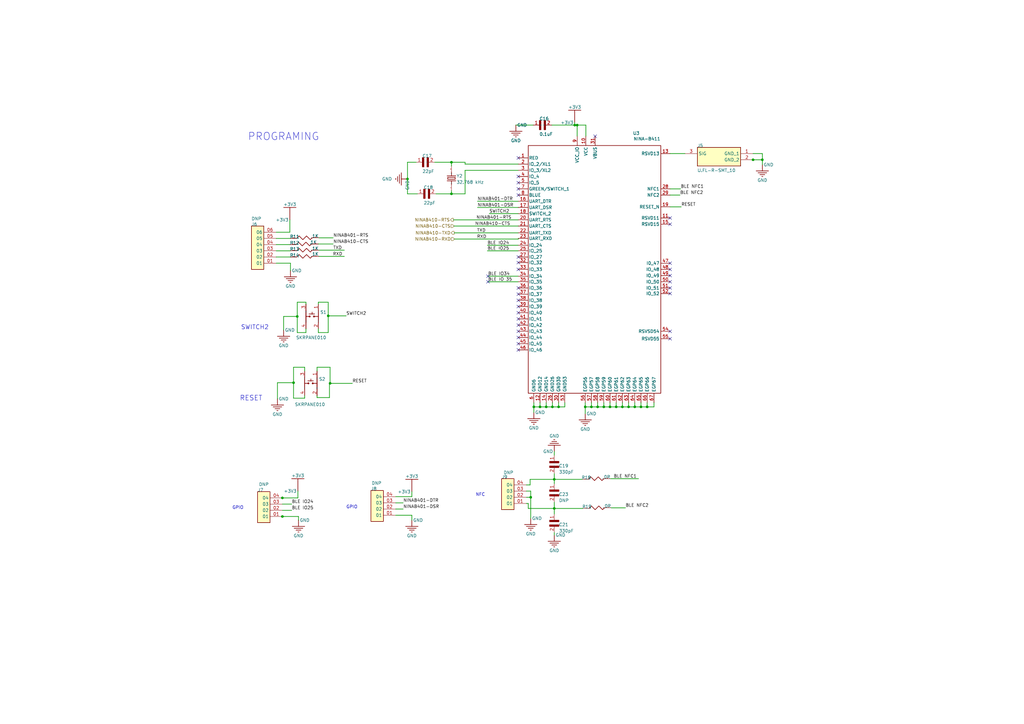
<source format=kicad_sch>
(kicad_sch (version 20230819) (generator eeschema)
  (paper "A3")
  (lib_symbols
    (symbol "NINA-B411--altium-import:+3V3" (power)
      (property "Reference" "#PWR" (at 0 0 0))
      (property "Value" "+3V3" (at 0 6.35 0))
      (symbol "+3V3_0_0"
        (polyline (pts (xy -2.54 -5.08) (xy 2.54 -5.08)) (stroke (width 0.254)))
        (polyline (pts (xy 0 0) (xy 0 -5.08)) (stroke (width 0.254)))
        (pin power_in line (at 0 0 0) (length 0) (name "+3V3") (number ""))
      )
    )
    (symbol "NINA-B411--altium-import:GND" (power)
      (property "Reference" "#PWR" (at 0 0 0))
      (property "Value" "GND" (at 0 6.35 0))
      (symbol "GND_0_0"
        (polyline (pts (xy -2.54 -2.54) (xy 2.54 -2.54)) (stroke (width 0.254)))
        (polyline (pts (xy -1.778 -3.302) (xy 1.778 -3.302)) (stroke (width 0.254)))
        (polyline (pts (xy -1.016 -4.064) (xy 1.016 -4.064)) (stroke (width 0.254)))
        (polyline (pts (xy -0.254 -4.826) (xy 0.254 -4.826)) (stroke (width 0.254)))
        (polyline (pts (xy 0 0) (xy 0 -2.54)) (stroke (width 0.254)))
        (pin power_in line (at 0 0 0) (length 0) (name "GND") (number ""))
      )
    )
    (symbol "NINA-B411--altium-import:root_0_1K"
      (symbol "root_0_1K_1_0"
        (polyline (pts (xy 4.318 4.826) (xy 5.334 5.842) (xy 6.858 4.318) (xy 8.382 5.842) (xy 9.906 4.318) (xy 10.668 5.08) (xy 10.922 5.08)) (stroke (width 0.254)))
        (pin passive line (at 1.778 4.826 0) (length 2.54) (name "1") (number "1"))
        (pin passive line (at 13.462 5.08 180) (length 2.54) (name "2") (number "2"))
      )
    )
    (symbol "NINA-B411--altium-import:root_0_NINA-B411"
      (symbol "root_0_NINA-B411_1_0"
        (rectangle (start 105.41 127) (end 51.054 25.4) (stroke (width 0.254)))
        (pin passive line (at 46.99 121.92 0) (length 3.81) (name "RED") (number "1"))
        (pin passive line (at 74.676 130.81 270) (length 3.81) (name "VCC") (number "10"))
        (pin passive line (at 109.22 97.282 180) (length 3.81) (name "RSVD11") (number "11"))
        (pin passive line (at 55.88 21.59 90) (length 3.81) (name "GND12") (number "12"))
        (pin passive line (at 109.22 123.698 180) (length 3.81) (name "RSVD13") (number "13"))
        (pin passive line (at 58.42 21.59 90) (length 3.81) (name "GND14") (number "14"))
        (pin passive line (at 109.22 94.742 180) (length 3.81) (name "RSVD15") (number "15"))
        (pin passive line (at 46.99 104.14 0) (length 3.81) (name "UART_DTR") (number "16"))
        (pin passive line (at 46.99 101.6 0) (length 3.81) (name "UART_DSR") (number "17"))
        (pin passive line (at 46.99 99.06 0) (length 3.81) (name "SWITCH_2") (number "18"))
        (pin passive line (at 109.22 101.854 180) (length 3.81) (name "RESET_N") (number "19"))
        (pin passive line (at 46.99 119.38 0) (length 3.81) (name "IO_2/XL1") (number "2"))
        (pin passive line (at 46.99 96.52 0) (length 3.81) (name "UART_RTS") (number "20"))
        (pin passive line (at 46.99 93.98 0) (length 3.81) (name "UART_CTS") (number "21"))
        (pin passive line (at 46.99 91.186 0) (length 3.81) (name "UART_TXD") (number "22"))
        (pin passive line (at 46.99 88.9 0) (length 3.81) (name "UART_RXD") (number "23"))
        (pin passive line (at 46.99 86.106 0) (length 3.81) (name "IO_24") (number "24"))
        (pin passive line (at 46.99 83.82 0) (length 3.81) (name "IO_25") (number "25"))
        (pin passive line (at 60.96 21.59 90) (length 3.81) (name "GND26") (number "26"))
        (pin passive line (at 46.99 81.28 0) (length 3.81) (name "IO_27") (number "27"))
        (pin passive line (at 109.22 109.22 180) (length 3.81) (name "NFC1") (number "28"))
        (pin passive line (at 109.22 106.68 180) (length 3.81) (name "NFC2") (number "29"))
        (pin passive line (at 46.99 116.84 0) (length 3.81) (name "IO_3/XL2") (number "3"))
        (pin passive line (at 63.5 21.59 90) (length 3.81) (name "GND30") (number "30"))
        (pin passive line (at 78.486 130.81 270) (length 3.81) (name "VBUS") (number "31"))
        (pin passive line (at 46.99 78.994 0) (length 3.81) (name "IO_32") (number "32"))
        (pin passive line (at 46.99 76.2 0) (length 3.81) (name "IO_33") (number "33"))
        (pin passive line (at 46.99 73.406 0) (length 3.81) (name "IO_34") (number "34"))
        (pin passive line (at 46.99 71.12 0) (length 3.81) (name "IO_35") (number "35"))
        (pin passive line (at 46.99 68.58 0) (length 3.81) (name "IO_36") (number "36"))
        (pin passive line (at 46.99 66.04 0) (length 3.81) (name "IO_37") (number "37"))
        (pin passive line (at 46.99 63.5 0) (length 3.81) (name "IO_38") (number "38"))
        (pin passive line (at 46.99 60.96 0) (length 3.81) (name "IO_39") (number "39"))
        (pin passive line (at 46.99 114.3 0) (length 3.81) (name "IO_4") (number "4"))
        (pin passive line (at 46.99 58.42 0) (length 3.81) (name "IO_40") (number "40"))
        (pin passive line (at 46.99 55.88 0) (length 3.81) (name "IO_41") (number "41"))
        (pin passive line (at 46.99 53.34 0) (length 3.81) (name "IO_42") (number "42"))
        (pin passive line (at 46.99 50.8 0) (length 3.81) (name "IO_43") (number "43"))
        (pin passive line (at 46.99 48.26 0) (length 3.81) (name "IO_44") (number "44"))
        (pin passive line (at 46.99 45.72 0) (length 3.81) (name "IO_45") (number "45"))
        (pin passive line (at 46.99 43.18 0) (length 3.81) (name "IO_46") (number "46"))
        (pin passive line (at 109.22 78.74 180) (length 3.81) (name "I0_47") (number "47"))
        (pin passive line (at 109.22 76.2 180) (length 3.81) (name "IO_48") (number "48"))
        (pin passive line (at 109.22 73.66 180) (length 3.81) (name "IO_49") (number "49"))
        (pin passive line (at 46.99 111.76 0) (length 3.81) (name "IO_5") (number "5"))
        (pin passive line (at 109.22 71.12 180) (length 3.81) (name "IO_50") (number "50"))
        (pin passive line (at 109.22 68.58 180) (length 3.81) (name "IO_51") (number "51"))
        (pin passive line (at 109.22 66.294 180) (length 3.81) (name "IO_52") (number "52"))
        (pin passive line (at 66.04 21.59 90) (length 3.81) (name "GND53") (number "53"))
        (pin passive line (at 109.22 50.8 180) (length 3.81) (name "RSVSD54") (number "54"))
        (pin passive line (at 109.22 47.752 180) (length 3.81) (name "RSVD55") (number "55"))
        (pin passive line (at 74.422 21.59 90) (length 3.81) (name "EGP56") (number "56"))
        (pin passive line (at 76.962 21.59 90) (length 3.81) (name "EGP57") (number "57"))
        (pin passive line (at 79.502 21.59 90) (length 3.81) (name "EGP58") (number "58"))
        (pin passive line (at 82.042 21.59 90) (length 3.81) (name "EGP59") (number "59"))
        (pin passive line (at 53.34 21.59 90) (length 3.81) (name "GND6") (number "6"))
        (pin passive line (at 84.582 21.59 90) (length 3.81) (name "EGP60") (number "60"))
        (pin passive line (at 87.122 21.59 90) (length 3.81) (name "EGP61") (number "61"))
        (pin passive line (at 89.662 21.59 90) (length 3.81) (name "EGP62") (number "62"))
        (pin passive line (at 92.202 21.59 90) (length 3.81) (name "EGP63") (number "63"))
        (pin passive line (at 94.742 21.59 90) (length 3.81) (name "EGP64") (number "64"))
        (pin passive line (at 97.282 21.59 90) (length 3.81) (name "EGP65") (number "65"))
        (pin passive line (at 99.822 21.59 90) (length 3.81) (name "EGP66") (number "66"))
        (pin passive line (at 102.616 21.59 90) (length 3.81) (name "EGP67") (number "67"))
        (pin passive line (at 46.99 109.22 0) (length 3.81) (name "GREEN/SWITCH_1") (number "7"))
        (pin passive line (at 46.99 106.68 0) (length 3.81) (name "BLUE") (number "8"))
        (pin passive line (at 71.12 130.81 270) (length 3.81) (name "VCC_IO") (number "9"))
      )
    )
    (symbol "NINA-B411--altium-import:root_0_U.FL-R-SMT_10__1"
      (symbol "root_0_U.FL-R-SMT_10__1_1_0"
        (rectangle (start 22.86 2.54) (end 5.08 -5.08) (stroke (width 0.254) (color 128 0 0 1)) (fill (type background)))
        (pin passive line (at 27.94 0 180) (length 5.08) (name "GND_1") (number "1"))
        (pin passive line (at 27.94 -2.54 180) (length 5.08) (name "GND_2") (number "2"))
        (pin passive line (at 0 0 0) (length 5.08) (name "SIG") (number "3"))
      )
    )
    (symbol "NINA-B411--altium-import:root_1_C0402C220K4RACTU"
      (symbol "root_1_C0402C220K4RACTU_1_0"
        (rectangle (start 1.905 0.635) (end -1.905 0) (stroke (width 0.254)) (fill (type outline)))
        (rectangle (start 1.905 2.54) (end -1.905 1.905) (stroke (width 0.254)) (fill (type outline)))
        (pin passive line (at 0 5.08 270) (length 2.54) (name "1") (number "1"))
        (pin passive line (at 0 -2.54 90) (length 2.54) (name "2") (number "2"))
      )
    )
    (symbol "NINA-B411--altium-import:root_1_ECS-3X8X"
      (symbol "root_1_ECS-3X8X_1_0"
        (polyline (pts (xy -1.778 -1.016) (xy 1.778 -1.016)) (stroke (width 0.254)))
        (polyline (pts (xy -1.778 1.016) (xy 1.778 1.016)) (stroke (width 0.254)))
        (polyline (pts (xy -1.524 -0.381) (xy 1.524 -0.381)) (stroke (width 0.254)))
        (polyline (pts (xy -1.524 0.381) (xy -1.524 -0.381)) (stroke (width 0.254)))
        (polyline (pts (xy 0 -2.54) (xy 0 -1.016)) (stroke (width 0.254)))
        (polyline (pts (xy 0 1.016) (xy 0 2.54)) (stroke (width 0.254)))
        (polyline (pts (xy 1.524 -0.381) (xy 1.524 0.381)) (stroke (width 0.254)))
        (polyline (pts (xy 1.524 0.381) (xy -1.524 0.381)) (stroke (width 0.254)))
        (pin passive line (at 0 -5.08 90) (length 2.54) (name "1") (number "1"))
        (pin passive line (at 0 5.08 270) (length 2.54) (name "2") (number "2"))
      )
    )
    (symbol "NINA-B411--altium-import:root_2_C0402C220K4RACTU"
      (symbol "root_2_C0402C220K4RACTU_1_0"
        (rectangle (start -1.905 1.905) (end -2.54 -1.905) (stroke (width 0.254)) (fill (type outline)))
        (rectangle (start 0 1.905) (end -0.635 -1.905) (stroke (width 0.254)) (fill (type outline)))
        (pin passive line (at -5.08 0 0) (length 2.54) (name "1") (number "1"))
        (pin passive line (at 2.54 0 180) (length 2.54) (name "2") (number "2"))
      )
    )
    (symbol "NINA-B411--altium-import:root_2_HTSW-106-14-S-S-LL"
      (symbol "root_2_HTSW-106-14-S-S-LL_1_0"
        (rectangle (start 7.62 7.62) (end 2.54 -10.16) (stroke (width 0.254) (color 128 0 0 1)) (fill (type background)))
        (pin passive line (at 12.7 -7.62 180) (length 5.08) (name "01") (number "01"))
        (pin passive line (at 12.7 -5.08 180) (length 5.08) (name "02") (number "02"))
        (pin passive line (at 12.7 -2.54 180) (length 5.08) (name "03") (number "03"))
        (pin passive line (at 12.7 0 180) (length 5.08) (name "04") (number "04"))
        (pin passive line (at 12.7 2.54 180) (length 5.08) (name "05") (number "05"))
        (pin passive line (at 12.7 5.08 180) (length 5.08) (name "06") (number "06"))
      )
    )
    (symbol "NINA-B411--altium-import:root_2_TSM-104-03-F-SV"
      (symbol "root_2_TSM-104-03-F-SV_1_0"
        (rectangle (start 5.08 7.62) (end 0 -5.08) (stroke (width 0.254) (color 128 0 0 1)) (fill (type background)))
        (pin passive line (at 10.16 -2.54 180) (length 5.08) (name "01") (number "01"))
        (pin passive line (at 10.16 0 180) (length 5.08) (name "02") (number "02"))
        (pin passive line (at 10.16 2.54 180) (length 5.08) (name "03") (number "03"))
        (pin passive line (at 10.16 5.08 180) (length 5.08) (name "04") (number "04"))
      )
    )
    (symbol "NINA-B411--altium-import:root_3_SKRPACE010"
      (symbol "root_3_SKRPACE010_1_0"
        (circle (center -1.016 0) (radius 0.254) (stroke (width 0.254)))
        (polyline (pts (xy -2.54 -5.08) (xy -2.54 5.08)) (stroke (width 0.254)))
        (polyline (pts (xy -2.54 0) (xy -2.54 -2.54)) (stroke (width 0.254)))
        (polyline (pts (xy -2.54 2.54) (xy -2.54 0)) (stroke (width 0.254)))
        (polyline (pts (xy -1.016 0) (xy -2.54 0)) (stroke (width 0.254)))
        (polyline (pts (xy 0 1.016) (xy -1.27 1.016)) (stroke (width 0.254)))
        (polyline (pts (xy 0 1.016) (xy 0 1.778)) (stroke (width 0.254)))
        (polyline (pts (xy 0.762 0) (xy 2.54 0)) (stroke (width 0.254)))
        (polyline (pts (xy 1.016 1.016) (xy 0 1.016)) (stroke (width 0.254)))
        (polyline (pts (xy 2.54 0) (xy 2.54 -2.54)) (stroke (width 0.254)))
        (polyline (pts (xy 2.54 2.54) (xy 2.54 0)) (stroke (width 0.254)))
        (polyline (pts (xy 2.54 5.08) (xy 2.54 -5.08)) (stroke (width 0.254)))
        (circle (center 0.762 0) (radius 0.254) (stroke (width 0.254)))
        (pin bidirectional line (at 2.54 5.08 270) (length 2.54) (name "1") (number "1"))
        (pin bidirectional line (at 2.54 -5.08 90) (length 2.54) (name "2") (number "2"))
        (pin bidirectional line (at -2.54 5.08 270) (length 2.54) (name "3") (number "3"))
        (pin bidirectional line (at -2.54 -5.08 90) (length 2.54) (name "4") (number "4"))
      )
    )
  )
  (junction (at 167.132 73.406))
  (junction (at 252.73 166.878))
  (junction (at 135.382 157.226))
  (junction (at 245.11 166.878))
  (junction (at 185.166 66.548))
  (junction (at 221.488 166.878))
  (junction (at 115.824 211.836))
  (junction (at 185.166 79.502))
  (junction (at 242.57 166.878))
  (junction (at 265.43 166.878))
  (junction (at 121.92 129.794))
  (junction (at 262.89 166.878))
  (junction (at 240.03 166.878))
  (junction (at 115.824 204.216))
  (junction (at 250.19 166.878))
  (junction (at 218.948 166.878))
  (junction (at 134.62 129.54))
  (junction (at 312.674 65.532))
  (junction (at 308.864 65.532))
  (junction (at 235.712 51.308))
  (junction (at 226.568 166.878))
  (junction (at 260.35 166.878))
  (junction (at 257.81 166.878))
  (junction (at 224.028 166.878))
  (junction (at 236.728 51.308))
  (junction (at 255.27 166.878))
  (junction (at 247.65 166.878))
  (junction (at 227.33 208.534))
  (junction (at 217.678 203.962))
  (junction (at 229.108 166.878))
  (junction (at 227.33 196.596))
  (junction (at 120.396 156.972))
  (no_connect (at 212.598 118.11))
  (no_connect (at 274.828 115.57))
  (no_connect (at 274.828 135.89))
  (no_connect (at 212.598 74.93))
  (no_connect (at 274.828 120.396))
  (no_connect (at 200.152 115.57))
  (no_connect (at 212.598 80.01))
  (no_connect (at 212.598 107.696))
  (no_connect (at 274.828 89.408))
  (no_connect (at 274.828 118.11))
  (no_connect (at 274.828 138.938))
  (no_connect (at 274.828 91.948))
  (no_connect (at 212.598 133.35))
  (no_connect (at 212.598 125.73))
  (no_connect (at 212.598 72.39))
  (no_connect (at 274.828 113.03))
  (no_connect (at 212.598 130.81))
  (no_connect (at 212.598 135.89))
  (no_connect (at 212.598 64.77))
  (no_connect (at 212.598 128.27))
  (no_connect (at 212.598 120.65))
  (no_connect (at 244.094 55.88))
  (no_connect (at 212.598 77.47))
  (no_connect (at 212.598 110.49))
  (no_connect (at 212.598 138.43))
  (no_connect (at 274.828 107.95))
  (no_connect (at 200.152 113.284))
  (no_connect (at 212.598 123.19))
  (no_connect (at 212.598 140.97))
  (no_connect (at 274.828 110.49))
  (no_connect (at 212.598 105.41))
  (no_connect (at 212.598 143.51))
  (wire (pts (xy 130.556 123.952) (xy 130.556 124.714)) (stroke (width 0.254)))
  (wire (pts (xy 260.35 165.1) (xy 260.35 166.878)) (stroke (width 0.254)))
  (wire (pts (xy 221.488 165.1) (xy 221.488 166.878)) (stroke (width 0.254)))
  (wire (pts (xy 280.924 62.992) (xy 274.828 62.992)) (stroke (width 0.254)))
  (wire (pts (xy 135.382 157.226) (xy 135.128 157.226)) (stroke (width 0.254)))
  (wire (pts (xy 116.332 129.794) (xy 121.92 129.794)) (stroke (width 0.254)))
  (wire (pts (xy 125.476 123.952) (xy 125.476 124.714)) (stroke (width 0.254)))
  (wire (pts (xy 308.356 65.532) (xy 308.864 65.532)) (stroke (width 0.254)))
  (wire (pts (xy 190.754 69.85) (xy 212.598 69.85)) (stroke (width 0.254)))
  (wire (pts (xy 115.824 211.836) (xy 115.57 211.836)) (stroke (width 0.254)))
  (wire (pts (xy 134.62 129.54) (xy 134.62 123.952)) (stroke (width 0.254)))
  (wire (pts (xy 255.27 165.1) (xy 255.27 166.878)) (stroke (width 0.254)))
  (wire (pts (xy 278.892 80.01) (xy 274.828 80.01)) (stroke (width 0.254)))
  (wire (pts (xy 236.728 51.308) (xy 240.284 51.308)) (stroke (width 0.254)))
  (wire (pts (xy 113.284 107.95) (xy 119.126 107.95)) (stroke (width 0.254)))
  (wire (pts (xy 141.224 105.156) (xy 130.81 105.156)) (stroke (width 0.254)))
  (wire (pts (xy 119.126 102.87) (xy 113.284 102.87)) (stroke (width 0.254)))
  (wire (pts (xy 118.872 95.25) (xy 113.284 95.25)) (stroke (width 0.254)))
  (wire (pts (xy 265.43 165.1) (xy 265.43 166.878)) (stroke (width 0.254)))
  (wire (pts (xy 134.62 129.54) (xy 134.62 136.398)) (stroke (width 0.254)))
  (wire (pts (xy 229.108 165.1) (xy 229.108 166.878)) (stroke (width 0.254)))
  (wire (pts (xy 118.872 100.33) (xy 113.284 100.33)) (stroke (width 0.254)))
  (wire (pts (xy 262.89 165.1) (xy 262.89 166.878)) (stroke (width 0.254)))
  (wire (pts (xy 200.152 115.57) (xy 212.598 115.57)) (stroke (width 0.254)))
  (wire (pts (xy 162.306 203.708) (xy 168.91 203.708)) (stroke (width 0.254)))
  (wire (pts (xy 216.662 206.502) (xy 216.662 208.534)) (stroke (width 0.254)))
  (wire (pts (xy 226.314 51.308) (xy 235.712 51.308)) (stroke (width 0.254)))
  (wire (pts (xy 227.33 218.44) (xy 227.33 219.456)) (stroke (width 0.254)))
  (wire (pts (xy 113.792 163.576) (xy 113.792 156.972)) (stroke (width 0.254)))
  (wire (pts (xy 120.396 163.322) (xy 120.396 156.972)) (stroke (width 0.254)))
  (wire (pts (xy 130.048 150.622) (xy 130.048 152.146)) (stroke (width 0.254)))
  (wire (pts (xy 218.948 166.878) (xy 218.948 165.1)) (stroke (width 0.254)))
  (wire (pts (xy 195.834 82.55) (xy 212.598 82.55)) (stroke (width 0.254)))
  (wire (pts (xy 118.872 90.17) (xy 118.872 95.25)) (stroke (width 0.254)))
  (wire (pts (xy 122.174 204.216) (xy 122.174 201.422)) (stroke (width 0.254)))
  (wire (pts (xy 227.33 185.166) (xy 227.33 186.69)) (stroke (width 0.254)))
  (wire (pts (xy 238.76 196.596) (xy 227.33 196.596)) (stroke (width 0.254)))
  (wire (pts (xy 185.166 66.548) (xy 190.754 66.548)) (stroke (width 0.254)))
  (wire (pts (xy 312.674 65.532) (xy 312.674 62.992)) (stroke (width 0.254)))
  (wire (pts (xy 260.35 166.878) (xy 262.89 166.878)) (stroke (width 0.254)))
  (wire (pts (xy 265.43 166.878) (xy 268.224 166.878)) (stroke (width 0.254)))
  (wire (pts (xy 190.754 79.502) (xy 190.754 69.85)) (stroke (width 0.254)))
  (wire (pts (xy 115.824 204.216) (xy 122.174 204.216)) (stroke (width 0.254)))
  (wire (pts (xy 255.27 166.878) (xy 257.81 166.878)) (stroke (width 0.254)))
  (wire (pts (xy 167.132 73.406) (xy 167.132 66.548)) (stroke (width 0.254)))
  (wire (pts (xy 165.354 206.248) (xy 162.306 206.248)) (stroke (width 0.254)))
  (wire (pts (xy 240.03 165.1) (xy 240.03 166.878)) (stroke (width 0.254)))
  (wire (pts (xy 217.678 201.422) (xy 217.678 203.962)) (stroke (width 0.254)))
  (wire (pts (xy 136.652 97.536) (xy 130.81 97.536)) (stroke (width 0.254)))
  (wire (pts (xy 141.986 129.54) (xy 134.62 129.54)) (stroke (width 0.254)))
  (wire (pts (xy 215.9 201.422) (xy 217.678 201.422)) (stroke (width 0.254)))
  (wire (pts (xy 141.224 102.616) (xy 130.81 102.616)) (stroke (width 0.254)))
  (wire (pts (xy 247.65 165.1) (xy 247.65 166.878)) (stroke (width 0.254)))
  (wire (pts (xy 185.166 79.502) (xy 190.754 79.502)) (stroke (width 0.254)))
  (wire (pts (xy 115.57 204.216) (xy 115.824 204.216)) (stroke (width 0.254)))
  (wire (pts (xy 279.146 77.47) (xy 274.828 77.47)) (stroke (width 0.254)))
  (wire (pts (xy 245.11 166.878) (xy 247.65 166.878)) (stroke (width 0.254)))
  (wire (pts (xy 235.712 51.308) (xy 236.728 51.308)) (stroke (width 0.254)))
  (wire (pts (xy 144.526 157.226) (xy 135.382 157.226)) (stroke (width 0.254)))
  (wire (pts (xy 199.898 100.584) (xy 212.598 100.584)) (stroke (width 0.254)))
  (wire (pts (xy 268.224 166.878) (xy 268.224 165.1)) (stroke (width 0.254)))
  (wire (pts (xy 121.92 129.794) (xy 121.92 123.952)) (stroke (width 0.254)))
  (wire (pts (xy 215.9 198.882) (xy 217.424 198.882)) (stroke (width 0.254)))
  (wire (pts (xy 245.11 165.1) (xy 245.11 166.878)) (stroke (width 0.254)))
  (wire (pts (xy 124.968 163.322) (xy 120.396 163.322)) (stroke (width 0.254)))
  (wire (pts (xy 113.792 156.972) (xy 120.396 156.972)) (stroke (width 0.254)))
  (wire (pts (xy 242.57 165.1) (xy 242.57 166.878)) (stroke (width 0.254)))
  (wire (pts (xy 227.33 208.534) (xy 239.014 208.534)) (stroke (width 0.254)))
  (wire (pts (xy 125.476 136.398) (xy 125.476 134.874)) (stroke (width 0.254)))
  (wire (pts (xy 124.968 162.306) (xy 124.968 163.322)) (stroke (width 0.254)))
  (wire (pts (xy 217.678 203.962) (xy 215.9 203.962)) (stroke (width 0.254)))
  (wire (pts (xy 116.332 135.382) (xy 116.332 129.794)) (stroke (width 0.254)))
  (wire (pts (xy 252.73 165.1) (xy 252.73 166.878)) (stroke (width 0.254)))
  (wire (pts (xy 217.424 198.882) (xy 217.424 196.596)) (stroke (width 0.254)))
  (wire (pts (xy 168.91 211.328) (xy 168.91 213.36)) (stroke (width 0.254)))
  (wire (pts (xy 130.556 136.398) (xy 130.556 134.874)) (stroke (width 0.254)))
  (wire (pts (xy 261.874 196.342) (xy 250.444 196.342)) (stroke (width 0.254)))
  (wire (pts (xy 119.126 107.95) (xy 119.126 110.998)) (stroke (width 0.254)))
  (wire (pts (xy 229.108 166.878) (xy 226.568 166.878)) (stroke (width 0.254)))
  (wire (pts (xy 247.65 166.878) (xy 250.19 166.878)) (stroke (width 0.254)))
  (wire (pts (xy 227.33 208.534) (xy 227.33 210.82)) (stroke (width 0.254)))
  (wire (pts (xy 178.816 79.502) (xy 185.166 79.502)) (stroke (width 0.254)))
  (wire (pts (xy 279.4 84.836) (xy 274.828 84.836)) (stroke (width 0.254)))
  (wire (pts (xy 212.598 92.71) (xy 186.238 92.71)) (stroke (width 0.254)))
  (wire (pts (xy 185.166 79.502) (xy 185.166 78.232)) (stroke (width 0.254)))
  (wire (pts (xy 312.674 65.532) (xy 312.674 67.564)) (stroke (width 0.254)))
  (wire (pts (xy 240.03 166.878) (xy 240.03 169.672)) (stroke (width 0.254)))
  (wire (pts (xy 178.308 66.548) (xy 185.166 66.548)) (stroke (width 0.254)))
  (wire (pts (xy 235.712 50.292) (xy 235.712 51.308)) (stroke (width 0.254)))
  (wire (pts (xy 252.73 166.878) (xy 255.27 166.878)) (stroke (width 0.254)))
  (wire (pts (xy 216.662 208.534) (xy 227.33 208.534)) (stroke (width 0.254)))
  (wire (pts (xy 212.598 98.044) (xy 186.402 98.044)) (stroke (width 0.254)))
  (wire (pts (xy 122.428 211.836) (xy 115.824 211.836)) (stroke (width 0.254)))
  (wire (pts (xy 217.678 203.962) (xy 217.678 212.598)) (stroke (width 0.254)))
  (wire (pts (xy 190.754 67.31) (xy 212.598 67.31)) (stroke (width 0.254)))
  (wire (pts (xy 124.968 150.622) (xy 124.968 152.146)) (stroke (width 0.254)))
  (wire (pts (xy 136.652 100.076) (xy 130.556 100.076)) (stroke (width 0.254)))
  (wire (pts (xy 120.396 150.622) (xy 124.968 150.622)) (stroke (width 0.254)))
  (wire (pts (xy 119.634 209.296) (xy 115.824 209.296)) (stroke (width 0.254)))
  (wire (pts (xy 257.81 165.1) (xy 257.81 166.878)) (stroke (width 0.254)))
  (wire (pts (xy 135.128 163.068) (xy 130.048 163.068)) (stroke (width 0.254)))
  (wire (pts (xy 162.306 211.328) (xy 168.91 211.328)) (stroke (width 0.254)))
  (wire (pts (xy 221.488 166.878) (xy 218.948 166.878)) (stroke (width 0.254)))
  (wire (pts (xy 242.57 166.878) (xy 245.11 166.878)) (stroke (width 0.254)))
  (wire (pts (xy 240.284 51.308) (xy 240.284 55.88)) (stroke (width 0.254)))
  (wire (pts (xy 200.66 87.63) (xy 212.598 87.63)) (stroke (width 0.254)))
  (wire (pts (xy 250.19 166.878) (xy 252.73 166.878)) (stroke (width 0.254)))
  (wire (pts (xy 256.54 208.28) (xy 250.698 208.28)) (stroke (width 0.254)))
  (wire (pts (xy 224.028 165.1) (xy 224.028 166.878)) (stroke (width 0.254)))
  (wire (pts (xy 308.864 65.532) (xy 312.674 65.532)) (stroke (width 0.254)))
  (wire (pts (xy 236.728 55.88) (xy 236.728 51.308)) (stroke (width 0.254)))
  (wire (pts (xy 312.674 62.992) (xy 308.864 62.992)) (stroke (width 0.254)))
  (wire (pts (xy 227.33 198.374) (xy 227.33 196.596)) (stroke (width 0.254)))
  (wire (pts (xy 119.634 206.756) (xy 115.824 206.756)) (stroke (width 0.254)))
  (wire (pts (xy 190.754 66.548) (xy 190.754 67.31)) (stroke (width 0.254)))
  (wire (pts (xy 167.132 79.502) (xy 171.196 79.502)) (stroke (width 0.254)))
  (wire (pts (xy 135.382 157.226) (xy 135.382 150.622)) (stroke (width 0.254)))
  (wire (pts (xy 240.03 166.878) (xy 242.57 166.878)) (stroke (width 0.254)))
  (wire (pts (xy 224.028 166.878) (xy 221.488 166.878)) (stroke (width 0.254)))
  (wire (pts (xy 165.354 208.788) (xy 162.306 208.788)) (stroke (width 0.254)))
  (wire (pts (xy 218.948 166.878) (xy 218.948 169.164)) (stroke (width 0.254)))
  (wire (pts (xy 130.048 163.068) (xy 130.048 162.306)) (stroke (width 0.254)))
  (wire (pts (xy 226.568 166.878) (xy 224.028 166.878)) (stroke (width 0.254)))
  (wire (pts (xy 212.598 95.504) (xy 186.273 95.504)) (stroke (width 0.254)))
  (wire (pts (xy 212.598 97.79) (xy 212.598 98.044)) (stroke (width 0.254)))
  (wire (pts (xy 200.152 113.284) (xy 212.598 113.284)) (stroke (width 0.254)))
  (wire (pts (xy 215.9 206.502) (xy 216.662 206.502)) (stroke (width 0.254)))
  (wire (pts (xy 134.62 136.398) (xy 130.556 136.398)) (stroke (width 0.254)))
  (wire (pts (xy 218.694 51.308) (xy 211.582 51.308)) (stroke (width 0.254)))
  (wire (pts (xy 167.132 73.406) (xy 167.132 79.502)) (stroke (width 0.254)))
  (wire (pts (xy 121.92 123.952) (xy 125.476 123.952)) (stroke (width 0.254)))
  (wire (pts (xy 134.62 123.952) (xy 130.556 123.952)) (stroke (width 0.254)))
  (wire (pts (xy 135.128 157.226) (xy 135.128 163.068)) (stroke (width 0.254)))
  (wire (pts (xy 231.648 165.1) (xy 231.648 166.878)) (stroke (width 0.254)))
  (wire (pts (xy 227.33 208.534) (xy 227.33 205.994)) (stroke (width 0.254)))
  (wire (pts (xy 113.284 97.79) (xy 119.126 97.79)) (stroke (width 0.254)))
  (wire (pts (xy 227.33 196.596) (xy 227.33 194.31)) (stroke (width 0.254)))
  (wire (pts (xy 231.648 166.878) (xy 229.108 166.878)) (stroke (width 0.254)))
  (wire (pts (xy 113.284 105.41) (xy 119.126 105.41)) (stroke (width 0.254)))
  (wire (pts (xy 135.382 150.622) (xy 130.048 150.622)) (stroke (width 0.254)))
  (wire (pts (xy 121.92 136.398) (xy 125.476 136.398)) (stroke (width 0.254)))
  (wire (pts (xy 217.424 196.596) (xy 227.33 196.596)) (stroke (width 0.254)))
  (wire (pts (xy 212.598 90.17) (xy 185.984 90.17)) (stroke (width 0.254)))
  (wire (pts (xy 199.898 102.87) (xy 212.598 102.87)) (stroke (width 0.254)))
  (wire (pts (xy 121.92 129.794) (xy 121.92 136.398)) (stroke (width 0.254)))
  (wire (pts (xy 167.132 66.548) (xy 170.688 66.548)) (stroke (width 0.254)))
  (wire (pts (xy 257.81 166.878) (xy 260.35 166.878)) (stroke (width 0.254)))
  (wire (pts (xy 195.834 85.09) (xy 212.598 85.09)) (stroke (width 0.254)))
  (wire (pts (xy 250.19 165.1) (xy 250.19 166.878)) (stroke (width 0.254)))
  (wire (pts (xy 185.166 66.548) (xy 185.166 68.072)) (stroke (width 0.254)))
  (wire (pts (xy 122.428 213.36) (xy 122.428 211.836)) (stroke (width 0.254)))
  (wire (pts (xy 120.396 156.972) (xy 120.396 150.622)) (stroke (width 0.254)))
  (wire (pts (xy 262.89 166.878) (xy 265.43 166.878)) (stroke (width 0.254)))
  (wire (pts (xy 226.568 165.1) (xy 226.568 166.878)) (stroke (width 0.254)))
  (wire (pts (xy 168.91 203.708) (xy 168.91 201.676)) (stroke (width 0.254)))
  (text "NFC" (at 195.072 203.708 0) (effects (font (size 1.27 1.27)) (justify left bottom)))
  (text "GPIO" (at 141.986 208.788 0) (effects (font (size 1.27 1.27)) (justify left bottom)))
  (text "SWITCH2" (at 98.806 135.382 0) (effects (font (size 1.778 1.778)) (justify left bottom)))
  (text "PROGRAMING" (at 101.6 57.912 0) (effects (font (size 3.048 3.048)) (justify left bottom)))
  (text "RESET" (at 98.298 164.592 0) (effects (font (size 2.032 2.032)) (justify left bottom)))
  (text "GPIO" (at 95.25 209.042 0) (effects (font (size 1.27 1.27)) (justify left bottom)))
  (label "NINAB401-DTR" (at 165.354 206.248 0))
  (label "RESET" (at 144.526 157.226 0))
  (label "NINAB401-RTS" (at 136.652 97.536 0))
  (label "NINAB410-CTS" (at 194.818 92.71 0))
  (label "BLE IO24" (at 119.634 206.756 0))
  (label "TXD" (at 136.598 102.616 0))
  (label "BLE NFC2" (at 278.892 80.01 0))
  (label "BLE IO 35" (at 200.152 115.57 0))
  (label "NINAB401-DTR" (at 195.834 82.55 0))
  (label "BLE IO24" (at 199.898 100.584 0))
  (label "BLE IO25" (at 119.634 209.296 0))
  (label "NINAB410-CTS" (at 136.652 100.076 0))
  (label "BLE IO34" (at 200.152 113.284 0))
  (label "NINAB401-DSR" (at 165.354 208.788 0))
  (label "BLE NFC1" (at 251.64 196.342 0))
  (label "NINAB401-DSR" (at 195.834 85.09 0))
  (label "BLE IO25" (at 199.898 102.87 0))
  (label "RXD" (at 136.469 105.156 0))
  (label "BLE NFC1" (at 279.146 77.47 0))
  (label "TXD" (at 195.58 95.504 0))
  (label "RXD" (at 195.58 98.044 0))
  (label "SWITCH2" (at 141.986 129.54 0))
  (label "NINAB401-RTS" (at 195.326 90.17 0))
  (label "BLE NFC2" (at 256.54 208.28 0))
  (label "RESET" (at 279.4 84.836 0))
  (label "SWITCH2" (at 200.66 87.63 0))
  (hierarchical_label "NINAB410-TXD" (shape output) (at 186.273 95.504 180))
  (hierarchical_label "NINAB410-RTS" (shape output) (at 185.984 90.17 180))
  (hierarchical_label "NINAB410-RXD" (shape input) (at 186.402 98.044 180))
  (hierarchical_label "NINAB410-CTS" (shape input) (at 186.238 92.71 180))
  (symbol (lib_id "NINA-B411--altium-import:root_1_C0402C220K4RACTU") (at 227.33 203.454 0) (unit 1)
    (property "Reference" "C23" (at 229.235 203.454 0) (effects (justify left bottom)))
    (property "Value" "DNP" (at 229.235 205.994 0) (effects (justify left bottom)))
    (property "Footprint" "C_0402" (effects hide))
    (property "MP" "C0402C220K4RACTU" (effects hide))
    (property "SNAPEDA_LINK" "https://www.snapeda.com/parts/C0402C220K4RACTU/KEMET/view-part/2040769/?ref=snap" (effects hide))
    (property "PRICE" "None" (effects hide))
    (property "MF" "KEMET" (effects hide))
    (property "PACKAGE" "0402 KEMET" (effects hide))
    (property "AVAILABILITY" "Unavailable" (effects hide))
    (property "ALTIUM_VALUE" "*" (effects hide))
  )
  (symbol (lib_id "NINA-B411--altium-import:root_0_1K") (at 117.348 107.696 0) (unit 1)
    (property "Reference" "R13" (at 118.872 102.87 0) (effects (justify left bottom)))
    (property "Value" "1K" (at 128.016 102.616 0) (effects (justify left bottom)))
    (property "Footprint" "Res_0402" (effects hide))
  )
  (symbol (lib_id "NINA-B411--altium-import:root_2_TSM-104-03-F-SV") (at 105.664 209.296 0) (unit 1)
    (property "Reference" "J7" (at 105.664 201.676 0) (effects (justify left bottom)))
    (property "Value" "DNP" (at 106.172 199.39 0) (effects (justify left bottom)))
    (property "Footprint" "Header_4Ways_2x54_Male" (effects hide))
    (property "MF" "Samtec" (effects hide))
    (property "PACKAGE" "None" (effects hide))
    (property "PRICE" "None" (effects hide))
    (property "CHECK_PRICES" "https://www.snapeda.com/parts/TSM-104-03-F-SV/Samtec/view-part/?ref=eda" (effects hide))
    (property "ALTIUM_VALUE" "*" (effects hide))
    (property "SNAPEDA_LINK" "https://www.snapeda.com/parts/TSM-104-03-F-SV/Samtec/view-part/?ref=snap" (effects hide))
    (property "MP" "TSM-104-03-F-SV" (effects hide))
    (property "AVAILABILITY" "In Stock" (effects hide))
    (property "PURCHASE-URL" "https://pricing.snapeda.com/search?q=TSM-104-03-F-SV&ref=eda" (effects hide))
  )
  (symbol (lib_id "NINA-B411--altium-import:root_0_1K") (at 236.982 201.422 0) (unit 1)
    (property "Reference" "R18" (at 238.506 196.596 0) (effects (justify left bottom)))
    (property "Value" "0R" (at 247.65 196.342 0) (effects (justify left bottom)))
    (property "Footprint" "Res_0402" (effects hide))
  )
  (symbol (lib_id "NINA-B411--altium-import:root_1_C0402C220K4RACTU") (at 227.33 215.9 0) (unit 1)
    (property "Reference" "C21" (at 229.235 215.9 0) (effects (justify left bottom)))
    (property "Value" "330pF" (at 229.235 218.44 0) (effects (justify left bottom)))
    (property "Footprint" "C_0402" (effects hide))
    (property "MP" "C0402C220K4RACTU" (effects hide))
    (property "SNAPEDA_LINK" "https://www.snapeda.com/parts/C0402C220K4RACTU/KEMET/view-part/2040769/?ref=snap" (effects hide))
    (property "PRICE" "None" (effects hide))
    (property "MF" "KEMET" (effects hide))
    (property "PACKAGE" "0402 KEMET" (effects hide))
    (property "AVAILABILITY" "Unavailable" (effects hide))
    (property "ALTIUM_VALUE" "*" (effects hide))
  )
  (symbol (lib_id "NINA-B411--altium-import:root_0_U.FL-R-SMT_10__1") (at 280.924 62.992 0) (unit 1)
    (property "Reference" "J5" (at 286.004 60.452 0) (effects (justify left bottom)))
    (property "Value" "U.FL-R-SMT_10" (at 286.004 70.612 0) (effects (justify left bottom)))
    (property "Footprint" "UFLRSMT10" (effects hide))
    (property "MANUFACTURER_NAME" "Hirose" (effects hide))
    (property "MANUFACTURER_PART_NUMBER" "U.FL-R-SMT(10)" (effects hide))
    (property "MOUSER PART NUMBER" "798-U.FL-R-SMT10" (effects hide))
    (property "MOUSER PRICE/STOCK" "https://www.mouser.co.uk/ProductDetail/Hirose-Connector/U.FL-R-SMT10?qs=Ux3WWAnHpjBT1CWD8UMEMQ%3D%3D" (effects hide))
    (property "ARROW PART NUMBER" "U.FL-R-SMT(10)" (effects hide))
    (property "ARROW PRICE/STOCK" "https://www.arrow.com/en/products/u.fl-r-smt-10/hirose-electric?region=nac" (effects hide))
    (property "DATASHEET LINK" "https://media.digikey.com/pdf/Data%20Sheets/Hirose%20PDFs/UFL%20Series.pdf" (effects hide))
    (property "GEOMETRY.HEIGHT" "1.25mm" (effects hide))
  )
  (symbol (lib_id "NINA-B411--altium-import:root_0_1K") (at 237.236 213.36 0) (unit 1)
    (property "Reference" "R19" (at 238.76 208.534 0) (effects (justify left bottom)))
    (property "Value" "0R" (at 247.904 208.28 0) (effects (justify left bottom)))
    (property "Footprint" "Res_0402" (effects hide))
  )
  (symbol (lib_id "NINA-B411--altium-import:root_1_ECS-3X8X") (at 185.166 73.152 0) (unit 1)
    (property "Reference" "Y2" (at 187.198 72.898 0) (effects (justify left bottom)))
    (property "Value" "32.768 kHz" (at 187.198 75.438 0) (effects (justify left bottom)))
    (property "Footprint" "C__Users_İhsan_Desktop_Donanımlar_Bluetooth_Beacon_Bluetooth_Beacon_Bluetooth-Beacon-AltiumDesigner_PcbLib1.PcbLib:XTAL_ECS-3X8X" (effects hide))
    (property "ALTIUM_VALUE" "*" (effects hide))
    (property "PACKAGE" "Cylindrical Can Radial  ECS International" (effects hide))
    (property "MF" "ECS Inc." (effects hide))
    (property "SNAPEDA_LINK" "https://www.snapeda.com/parts/ECS-3X8X/ECS%20Inc./view-part/2454480/?ref=snap" (effects hide))
    (property "MP" "ECS-3X8X" (effects hide))
  )
  (symbol (lib_id "NINA-B411--altium-import:GND") (at 119.126 110.998 0) (unit 1)
    (property "Reference" "#PWR?" (effects hide))
    (property "Value" "GND" (at 119.126 117.348 0))
    (instances (project "NINA-B411-" (path "" (reference "#PWR?") (unit 1))) (project "Bluetooth_Beacon_Kicad" (path "" (reference "#PWR04") (unit 1))))
  )
  (symbol (lib_id "NINA-B411--altium-import:GND") (at 240.03 169.672 0) (unit 1)
    (property "Reference" "#PWR?" (effects hide))
    (property "Value" "GND" (at 240.03 176.022 0))
    (instances (project "NINA-B411-" (path "" (reference "#PWR?") (unit 1))) (project "Bluetooth_Beacon_Kicad" (path "" (reference "#PWR016") (unit 1))))
  )
  (symbol (lib_id "NINA-B411--altium-import:root_2_TSM-104-03-F-SV") (at 152.146 208.788 0) (unit 1)
    (property "Reference" "J8" (at 152.146 201.168 0) (effects (justify left bottom)))
    (property "Value" "DNP" (at 152.4 198.882 0) (effects (justify left bottom)))
    (property "Footprint" "Header_4Ways_2x54_Male" (effects hide))
    (property "MF" "Samtec" (effects hide))
    (property "PACKAGE" "None" (effects hide))
    (property "PRICE" "None" (effects hide))
    (property "CHECK_PRICES" "https://www.snapeda.com/parts/TSM-104-03-F-SV/Samtec/view-part/?ref=eda" (effects hide))
    (property "ALTIUM_VALUE" "*" (effects hide))
    (property "SNAPEDA_LINK" "https://www.snapeda.com/parts/TSM-104-03-F-SV/Samtec/view-part/?ref=snap" (effects hide))
    (property "MP" "TSM-104-03-F-SV" (effects hide))
    (property "AVAILABILITY" "In Stock" (effects hide))
    (property "PURCHASE-URL" "https://pricing.snapeda.com/search?q=TSM-104-03-F-SV&ref=eda" (effects hide))
  )
  (symbol (lib_id "NINA-B411--altium-import:GND") (at 312.674 67.564 0) (unit 1)
    (property "Reference" "#PWR?" (effects hide))
    (property "Value" "GND" (at 312.674 73.914 0))
    (instances (project "NINA-B411-" (path "" (reference "#PWR?") (unit 1))) (project "Bluetooth_Beacon_Kicad" (path "" (reference "#PWR017") (unit 1))))
  )
  (symbol (lib_id "NINA-B411--altium-import:GND") (at 116.332 135.382 0) (unit 1)
    (property "Reference" "#PWR?" (effects hide))
    (property "Value" "GND" (at 116.332 141.732 0))
    (instances (project "NINA-B411-" (path "" (reference "#PWR?") (unit 1))) (project "Bluetooth_Beacon_Kicad" (path "" (reference "#PWR02") (unit 1))))
  )
  (symbol (lib_id "NINA-B411--altium-import:GND") (at 218.948 169.164 0) (unit 1)
    (property "Reference" "#PWR?" (effects hide))
    (property "Value" "GND" (at 218.948 175.514 0))
    (instances (project "NINA-B411-" (path "" (reference "#PWR?") (unit 1))) (project "Bluetooth_Beacon_Kicad" (path "" (reference "#PWR012") (unit 1))))
  )
  (symbol (lib_id "NINA-B411--altium-import:GND") (at 227.33 185.166 180) (unit 1)
    (property "Reference" "#PWR?" (effects hide))
    (property "Value" "GND" (at 227.33 178.816 0))
    (instances (project "NINA-B411-" (path "" (reference "#PWR?") (unit 1))) (project "Bluetooth_Beacon_Kicad" (path "" (reference "#PWR013") (unit 1))))
  )
  (symbol (lib_id "NINA-B411--altium-import:root_0_1K") (at 117.094 105.156 0) (unit 1)
    (property "Reference" "R12" (at 118.872 100.33 0) (effects (justify left bottom)))
    (property "Value" "1K" (at 127.254 100.076 0) (effects (justify left bottom)))
    (property "Footprint" "Res_0402" (effects hide))
  )
  (symbol (lib_id "NINA-B411--altium-import:GND") (at 217.678 212.598 0) (unit 1)
    (property "Reference" "#PWR?" (effects hide))
    (property "Value" "GND" (at 217.678 218.948 0))
    (instances (project "NINA-B411-" (path "" (reference "#PWR?") (unit 1))) (project "Bluetooth_Beacon_Kicad" (path "" (reference "#PWR011") (unit 1))))
  )
  (symbol (lib_id "NINA-B411--altium-import:GND") (at 211.582 51.308 0) (unit 1)
    (property "Reference" "#PWR?" (effects hide))
    (property "Value" "GND" (at 211.582 57.658 0))
    (instances (project "NINA-B411-" (path "" (reference "#PWR?") (unit 1))) (project "Bluetooth_Beacon_Kicad" (path "" (reference "#PWR010") (unit 1))))
  )
  (symbol (lib_id "NINA-B411--altium-import:+3V3") (at 168.91 201.676 180) (unit 1)
    (property "Reference" "#PWR?" (effects hide))
    (property "Value" "+3V3" (at 168.91 195.326 0))
    (instances (project "NINA-B411-" (path "" (reference "#PWR?") (unit 1))) (project "Bluetooth_Beacon_Kicad" (path "" (reference "#PWR08") (unit 1))))
  )
  (symbol (lib_id "NINA-B411--altium-import:+3V3") (at 122.174 201.422 180) (unit 1)
    (property "Reference" "#PWR?" (effects hide))
    (property "Value" "+3V3" (at 122.174 195.072 0))
    (instances (project "NINA-B411-" (path "" (reference "#PWR?") (unit 1))) (project "Bluetooth_Beacon_Kicad" (path "" (reference "#PWR05") (unit 1))))
  )
  (symbol (lib_id "NINA-B411--altium-import:root_3_SKRPACE010") (at 127.508 157.226 0) (unit 1)
    (property "Reference" "S2" (at 130.81 156.21 0) (effects (justify left bottom)))
    (property "Value" "SKRPANE010" (at 120.904 166.624 0) (effects (justify left bottom)))
    (property "Footprint" "SKRPANE010" (effects hide))
    (property "MF" "ALPS" (effects hide))
    (property "SNAPEDA_LINK" "https://www.snapeda.com/parts/SKRPACE010/ALPS/view-part/376136/?ref=snap" (effects hide))
    (property "PACKAGE" "None" (effects hide))
    (property "PRICE" "None" (effects hide))
    (property "MP" "SKRPACE010" (effects hide))
    (property "AVAILABILITY" "Good" (effects hide))
    (property "ALTIUM_VALUE" "*" (effects hide))
    (property "CHECK_PRICES" "https://www.snapeda.com/parts/SKRPACE010/ALPS/view-part/376136/?ref=eda" (effects hide))
  )
  (symbol (lib_id "NINA-B411--altium-import:root_2_C0402C220K4RACTU") (at 223.774 51.308 0) (unit 1)
    (property "Reference" "C16" (at 221.234 49.403 0) (effects (justify left bottom)))
    (property "Value" "0.1uF" (at 221.234 55.753 0) (effects (justify left bottom)))
    (property "Footprint" "C_0402" (effects hide))
    (property "MP" "C0402C220K4RACTU" (effects hide))
    (property "SNAPEDA_LINK" "https://www.snapeda.com/parts/C0402C220K4RACTU/KEMET/view-part/2040769/?ref=snap" (effects hide))
    (property "PRICE" "None" (effects hide))
    (property "MF" "KEMET" (effects hide))
    (property "PACKAGE" "0402 KEMET" (effects hide))
    (property "AVAILABILITY" "Unavailable" (effects hide))
    (property "ALTIUM_VALUE" "*" (effects hide))
  )
  (symbol (lib_id "NINA-B411--altium-import:root_3_SKRPACE010") (at 128.016 129.794 0) (unit 1)
    (property "Reference" "S1" (at 131.318 128.778 0) (effects (justify left bottom)))
    (property "Value" "SKRPANE010" (at 121.412 139.192 0) (effects (justify left bottom)))
    (property "Footprint" "SKRPANE010" (effects hide))
    (property "MF" "ALPS" (effects hide))
    (property "SNAPEDA_LINK" "https://www.snapeda.com/parts/SKRPACE010/ALPS/view-part/376136/?ref=snap" (effects hide))
    (property "PACKAGE" "None" (effects hide))
    (property "PRICE" "None" (effects hide))
    (property "MP" "SKRPACE010" (effects hide))
    (property "AVAILABILITY" "Good" (effects hide))
    (property "ALTIUM_VALUE" "*" (effects hide))
    (property "CHECK_PRICES" "https://www.snapeda.com/parts/SKRPACE010/ALPS/view-part/376136/?ref=eda" (effects hide))
  )
  (symbol (lib_id "NINA-B411--altium-import:root_2_HTSW-106-14-S-S-LL") (at 100.584 100.33 0) (unit 1)
    (property "Reference" "J6" (at 103.124 92.71 0) (effects (justify left bottom)))
    (property "Value" "DNP" (at 103.124 90.424 0) (effects (justify left bottom)))
    (property "Footprint" "Header_6Ways_2x54" (effects hide))
    (property "MF" "Samtec" (effects hide))
    (property "PACKAGE" "None" (effects hide))
    (property "PRICE" "None" (effects hide))
    (property "CHECK_PRICES" "https://www.snapeda.com/parts/HTSW-106-14-S-S-LL/Samtec/view-part/?ref=eda" (effects hide))
    (property "ALTIUM_VALUE" "*" (effects hide))
    (property "SNAPEDA_LINK" "https://www.snapeda.com/parts/HTSW-106-14-S-S-LL/Samtec/view-part/?ref=snap" (effects hide))
    (property "MP" "HTSW-106-14-S-S-LL" (effects hide))
    (property "AVAILABILITY" "In Stock" (effects hide))
    (property "PURCHASE-URL" "https://pricing.snapeda.com/search?q=HTSW-106-14-S-S-LL&ref=eda" (effects hide))
  )
  (symbol (lib_id "NINA-B411--altium-import:GND") (at 168.91 213.36 0) (unit 1)
    (property "Reference" "#PWR?" (effects hide))
    (property "Value" "GND" (at 168.91 219.71 0))
    (instances (project "NINA-B411-" (path "" (reference "#PWR?") (unit 1))) (project "Bluetooth_Beacon_Kicad" (path "" (reference "#PWR09") (unit 1))))
  )
  (symbol (lib_id "NINA-B411--altium-import:GND") (at 167.132 73.406 270) (unit 1)
    (property "Reference" "#PWR?" (effects hide))
    (property "Value" "GND" (at 160.782 73.406 90) (effects (justify right)))
    (instances (project "NINA-B411-" (path "" (reference "#PWR?") (unit 1))) (project "Bluetooth_Beacon_Kicad" (path "" (reference "#PWR07") (unit 1))))
  )
  (symbol (lib_id "NINA-B411--altium-import:root_1_C0402C220K4RACTU") (at 227.33 191.77 0) (unit 1)
    (property "Reference" "C19" (at 229.235 191.77 0) (effects (justify left bottom)))
    (property "Value" "330pF" (at 229.235 194.31 0) (effects (justify left bottom)))
    (property "Footprint" "C_0402" (effects hide))
    (property "MP" "C0402C220K4RACTU" (effects hide))
    (property "SNAPEDA_LINK" "https://www.snapeda.com/parts/C0402C220K4RACTU/KEMET/view-part/2040769/?ref=snap" (effects hide))
    (property "PRICE" "None" (effects hide))
    (property "MF" "KEMET" (effects hide))
    (property "PACKAGE" "0402 KEMET" (effects hide))
    (property "AVAILABILITY" "Unavailable" (effects hide))
    (property "ALTIUM_VALUE" "*" (effects hide))
  )
  (symbol (lib_id "NINA-B411--altium-import:+3V3") (at 118.872 90.17 180) (unit 1)
    (property "Reference" "#PWR?" (effects hide))
    (property "Value" "+3V3" (at 118.872 83.82 0))
    (instances (project "NINA-B411-" (path "" (reference "#PWR?") (unit 1))) (project "Bluetooth_Beacon_Kicad" (path "" (reference "#PWR03") (unit 1))))
  )
  (symbol (lib_id "NINA-B411--altium-import:GND") (at 122.428 213.36 0) (unit 1)
    (property "Reference" "#PWR?" (effects hide))
    (property "Value" "GND" (at 122.428 219.71 0))
    (instances (project "NINA-B411-" (path "" (reference "#PWR?") (unit 1))) (project "Bluetooth_Beacon_Kicad" (path "" (reference "#PWR06") (unit 1))))
  )
  (symbol (lib_id "NINA-B411--altium-import:root_2_TSM-104-03-F-SV") (at 205.74 203.962 0) (unit 1)
    (property "Reference" "J9" (at 205.74 196.342 0) (effects (justify left bottom)))
    (property "Value" "DNP" (at 206.502 194.564 0) (effects (justify left bottom)))
    (property "Footprint" "Header_4Ways_2x54_Male" (effects hide))
    (property "MF" "Samtec" (effects hide))
    (property "PACKAGE" "None" (effects hide))
    (property "PRICE" "None" (effects hide))
    (property "CHECK_PRICES" "https://www.snapeda.com/parts/TSM-104-03-F-SV/Samtec/view-part/?ref=eda" (effects hide))
    (property "ALTIUM_VALUE" "*" (effects hide))
    (property "SNAPEDA_LINK" "https://www.snapeda.com/parts/TSM-104-03-F-SV/Samtec/view-part/?ref=snap" (effects hide))
    (property "MP" "TSM-104-03-F-SV" (effects hide))
    (property "AVAILABILITY" "In Stock" (effects hide))
    (property "PURCHASE-URL" "https://pricing.snapeda.com/search?q=TSM-104-03-F-SV&ref=eda" (effects hide))
  )
  (symbol (lib_id "NINA-B411--altium-import:root_2_C0402C220K4RACTU") (at 176.276 79.502 0) (unit 1)
    (property "Reference" "C18" (at 173.736 77.597 0) (effects (justify left bottom)))
    (property "Value" "22pF" (at 173.736 83.947 0) (effects (justify left bottom)))
    (property "Footprint" "C_0402" (effects hide))
    (property "MP" "C0402C220K4RACTU" (effects hide))
    (property "SNAPEDA_LINK" "https://www.snapeda.com/parts/C0402C220K4RACTU/KEMET/view-part/2040769/?ref=snap" (effects hide))
    (property "PRICE" "None" (effects hide))
    (property "MF" "KEMET" (effects hide))
    (property "PACKAGE" "0402 KEMET" (effects hide))
    (property "AVAILABILITY" "Unavailable" (effects hide))
    (property "ALTIUM_VALUE" "*" (effects hide))
  )
  (symbol (lib_id "NINA-B411--altium-import:+3V3") (at 235.712 50.292 180) (unit 1)
    (property "Reference" "#PWR?" (effects hide))
    (property "Value" "+3V3" (at 235.712 43.942 0))
    (instances (project "NINA-B411-" (path "" (reference "#PWR?") (unit 1))) (project "Bluetooth_Beacon_Kicad" (path "" (reference "#PWR015") (unit 1))))
  )
  (symbol (lib_id "NINA-B411--altium-import:root_0_NINA-B411") (at 165.608 186.69 0) (unit 1)
    (property "Reference" "U3" (at 259.588 55.372 0) (effects (justify left bottom)))
    (property "Value" "NINA-B411" (at 259.842 57.658 0) (effects (justify left bottom)))
    (property "Footprint" "NINA_LGA67R_1160X1000X223_PIN - duplicate" (effects hide))
  )
  (symbol (lib_id "NINA-B411--altium-import:GND") (at 113.792 163.576 0) (unit 1)
    (property "Reference" "#PWR?" (effects hide))
    (property "Value" "GND" (at 113.792 169.926 0))
    (instances (project "NINA-B411-" (path "" (reference "#PWR?") (unit 1))) (project "Bluetooth_Beacon_Kicad" (path "" (reference "#PWR01") (unit 1))))
  )
  (symbol (lib_id "NINA-B411--altium-import:root_0_1K") (at 117.348 102.616 0) (unit 1)
    (property "Reference" "R11" (at 118.872 97.79 0) (effects (justify left bottom)))
    (property "Value" "1K" (at 128.016 97.536 0) (effects (justify left bottom)))
    (property "Footprint" "Res_0402" (effects hide))
  )
  (symbol (lib_id "NINA-B411--altium-import:root_0_1K") (at 117.348 110.236 0) (unit 1)
    (property "Reference" "R14" (at 118.872 105.41 0) (effects (justify left bottom)))
    (property "Value" "1K" (at 128.016 104.902 0) (effects (justify left bottom)))
    (property "Footprint" "Res_0402" (effects hide))
  )
  (symbol (lib_id "NINA-B411--altium-import:root_2_C0402C220K4RACTU") (at 175.768 66.548 0) (unit 1)
    (property "Reference" "C17" (at 173.228 64.643 0) (effects (justify left bottom)))
    (property "Value" "22pF" (at 173.228 70.993 0) (effects (justify left bottom)))
    (property "Footprint" "C_0402" (effects hide))
    (property "MP" "C0402C220K4RACTU" (effects hide))
    (property "SNAPEDA_LINK" "https://www.snapeda.com/parts/C0402C220K4RACTU/KEMET/view-part/2040769/?ref=snap" (effects hide))
    (property "PRICE" "None" (effects hide))
    (property "MF" "KEMET" (effects hide))
    (property "PACKAGE" "0402 KEMET" (effects hide))
    (property "AVAILABILITY" "Unavailable" (effects hide))
    (property "ALTIUM_VALUE" "*" (effects hide))
  )
  (symbol (lib_id "NINA-B411--altium-import:GND") (at 227.33 219.456 0) (unit 1)
    (property "Reference" "#PWR?" (effects hide))
    (property "Value" "GND" (at 227.33 225.806 0))
    (instances (project "NINA-B411-" (path "" (reference "#PWR?") (unit 1))) (project "Bluetooth_Beacon_Kicad" (path "" (reference "#PWR014") (unit 1))))
  )
)
</source>
